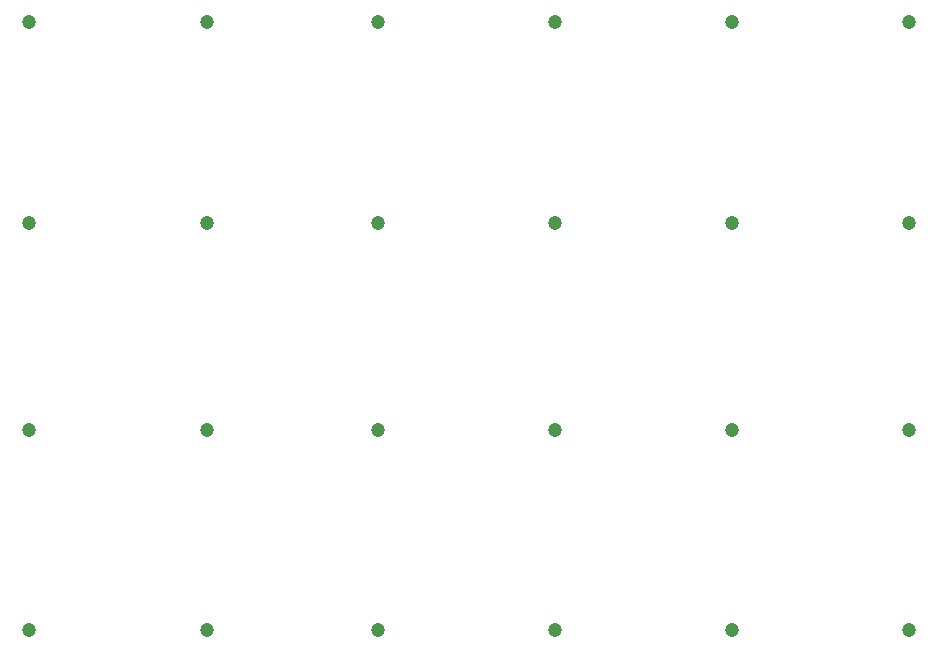
<source format=gbs>
G75*
%MOIN*%
%OFA0B0*%
%FSLAX24Y24*%
%IPPOS*%
%LPD*%
%AMOC8*
5,1,8,0,0,1.08239X$1,22.5*
%
%ADD10C,0.0474*%
D10*
X003590Y005637D03*
X009495Y005637D03*
X015204Y005637D03*
X021109Y005637D03*
X027015Y005637D03*
X032920Y005637D03*
X032920Y012330D03*
X027015Y012330D03*
X021109Y012330D03*
X015204Y012330D03*
X009495Y012330D03*
X003590Y012330D03*
X003590Y019219D03*
X009495Y019219D03*
X015204Y019219D03*
X021109Y019219D03*
X027015Y019219D03*
X032920Y019219D03*
X032920Y025912D03*
X027015Y025912D03*
X021109Y025912D03*
X015204Y025912D03*
X009495Y025912D03*
X003590Y025912D03*
M02*

</source>
